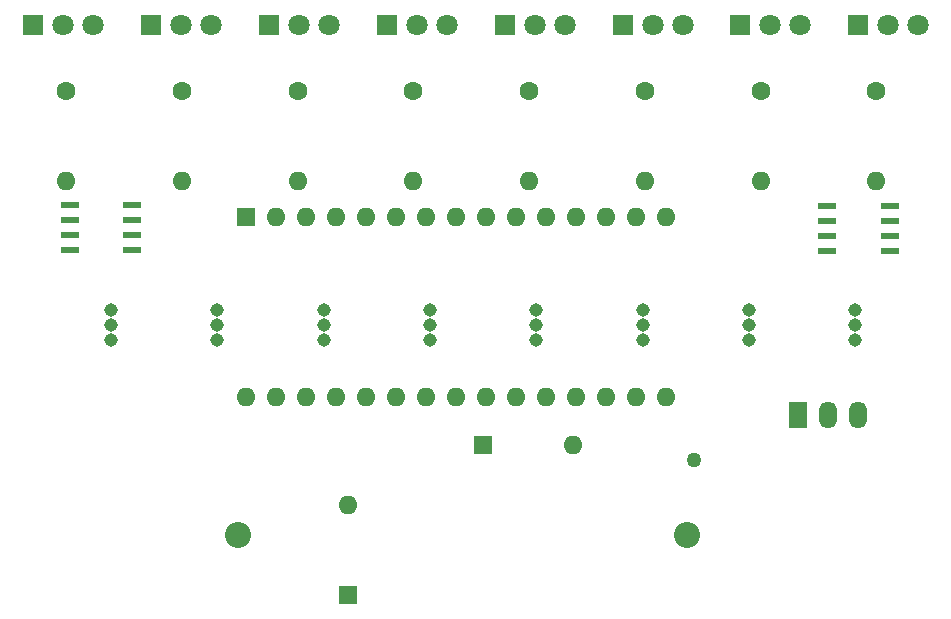
<source format=gbs>
G04 #@! TF.GenerationSoftware,KiCad,Pcbnew,(5.1.10)-1*
G04 #@! TF.CreationDate,2021-07-19T16:23:16-07:00*
G04 #@! TF.ProjectId,1spareparts,31737061-7265-4706-9172-74732e6b6963,rev?*
G04 #@! TF.SameCoordinates,Original*
G04 #@! TF.FileFunction,Soldermask,Bot*
G04 #@! TF.FilePolarity,Negative*
%FSLAX46Y46*%
G04 Gerber Fmt 4.6, Leading zero omitted, Abs format (unit mm)*
G04 Created by KiCad (PCBNEW (5.1.10)-1) date 2021-07-19 16:23:16*
%MOMM*%
%LPD*%
G01*
G04 APERTURE LIST*
%ADD10R,1.524000X0.558800*%
%ADD11C,1.270000*%
%ADD12C,2.205000*%
%ADD13R,1.600000X1.600000*%
%ADD14O,1.600000X1.600000*%
%ADD15O,1.500000X2.300000*%
%ADD16R,1.500000X2.300000*%
%ADD17R,1.800000X1.800000*%
%ADD18C,1.800000*%
%ADD19C,1.143000*%
%ADD20C,1.600000*%
G04 APERTURE END LIST*
D10*
X111044796Y-87630000D03*
X111044796Y-86360000D03*
X111044796Y-85090000D03*
X111044796Y-83820000D03*
X116332000Y-83820000D03*
X116332000Y-85090000D03*
X116332000Y-86360000D03*
X116332000Y-87630000D03*
D11*
X163852000Y-105390000D03*
D12*
X163257000Y-111760000D03*
X125287000Y-111760000D03*
D13*
X125984000Y-84836000D03*
D14*
X159004000Y-100076000D03*
X128524000Y-84836000D03*
X156464000Y-100076000D03*
X131064000Y-84836000D03*
X153924000Y-100076000D03*
X133604000Y-84836000D03*
X151384000Y-100076000D03*
X136144000Y-84836000D03*
X148844000Y-100076000D03*
X138684000Y-84836000D03*
X146304000Y-100076000D03*
X141224000Y-84836000D03*
X143764000Y-100076000D03*
X143764000Y-84836000D03*
X141224000Y-100076000D03*
X146304000Y-84836000D03*
X138684000Y-100076000D03*
X148844000Y-84836000D03*
X136144000Y-100076000D03*
X151384000Y-84836000D03*
X133604000Y-100076000D03*
X153924000Y-84836000D03*
X131064000Y-100076000D03*
X156464000Y-84836000D03*
X128524000Y-100076000D03*
X159004000Y-84836000D03*
X125984000Y-100076000D03*
X161544000Y-84836000D03*
X161544000Y-100076000D03*
D15*
X177800000Y-101600000D03*
X175260000Y-101600000D03*
D16*
X172720000Y-101600000D03*
D17*
X177800000Y-68580000D03*
D18*
X180340000Y-68580000D03*
X182880000Y-68580000D03*
D17*
X107950000Y-68580000D03*
D18*
X110490000Y-68580000D03*
X113030000Y-68580000D03*
X123008571Y-68580000D03*
X120468571Y-68580000D03*
D17*
X117928571Y-68580000D03*
X127907142Y-68580000D03*
D18*
X130447142Y-68580000D03*
X132987142Y-68580000D03*
X142965713Y-68580000D03*
X140425713Y-68580000D03*
D17*
X137885713Y-68580000D03*
X147864284Y-68580000D03*
D18*
X150404284Y-68580000D03*
X152944284Y-68580000D03*
X162922855Y-68580000D03*
X160382855Y-68580000D03*
D17*
X157842855Y-68580000D03*
D18*
X172901426Y-68580000D03*
X170361426Y-68580000D03*
D17*
X167821426Y-68580000D03*
D10*
X180443602Y-87757000D03*
X180443602Y-86487000D03*
X180443602Y-85217000D03*
X180443602Y-83947000D03*
X175156398Y-83947000D03*
X175156398Y-85217000D03*
X175156398Y-86487000D03*
X175156398Y-87757000D03*
D13*
X134620000Y-116840000D03*
D14*
X134620000Y-109220000D03*
X153670000Y-104140000D03*
D13*
X146050000Y-104140000D03*
D19*
X159530000Y-92710000D03*
X159530000Y-93980000D03*
X159530000Y-95250000D03*
X168530000Y-95250000D03*
X168530000Y-93980000D03*
X168530000Y-92710000D03*
X132530000Y-92710000D03*
X132530000Y-93980000D03*
X132530000Y-95250000D03*
X177530000Y-95250000D03*
X177530000Y-93980000D03*
X177530000Y-92710000D03*
X141530000Y-92710000D03*
X141530000Y-93980000D03*
X141530000Y-95250000D03*
X123530000Y-95250000D03*
X123530000Y-93980000D03*
X123530000Y-92710000D03*
X150530000Y-92710000D03*
X150530000Y-93980000D03*
X150530000Y-95250000D03*
X114530000Y-95250000D03*
X114530000Y-93980000D03*
X114530000Y-92710000D03*
D14*
X110744000Y-81788000D03*
D20*
X110744000Y-74168000D03*
X120541142Y-74168000D03*
D14*
X120541142Y-81788000D03*
X130338284Y-81788000D03*
D20*
X130338284Y-74168000D03*
X140135426Y-74168000D03*
D14*
X140135426Y-81788000D03*
X149932568Y-81788000D03*
D20*
X149932568Y-74168000D03*
X159729710Y-74168000D03*
D14*
X159729710Y-81788000D03*
X169526852Y-81788000D03*
D20*
X169526852Y-74168000D03*
X179324000Y-74168000D03*
D14*
X179324000Y-81788000D03*
M02*

</source>
